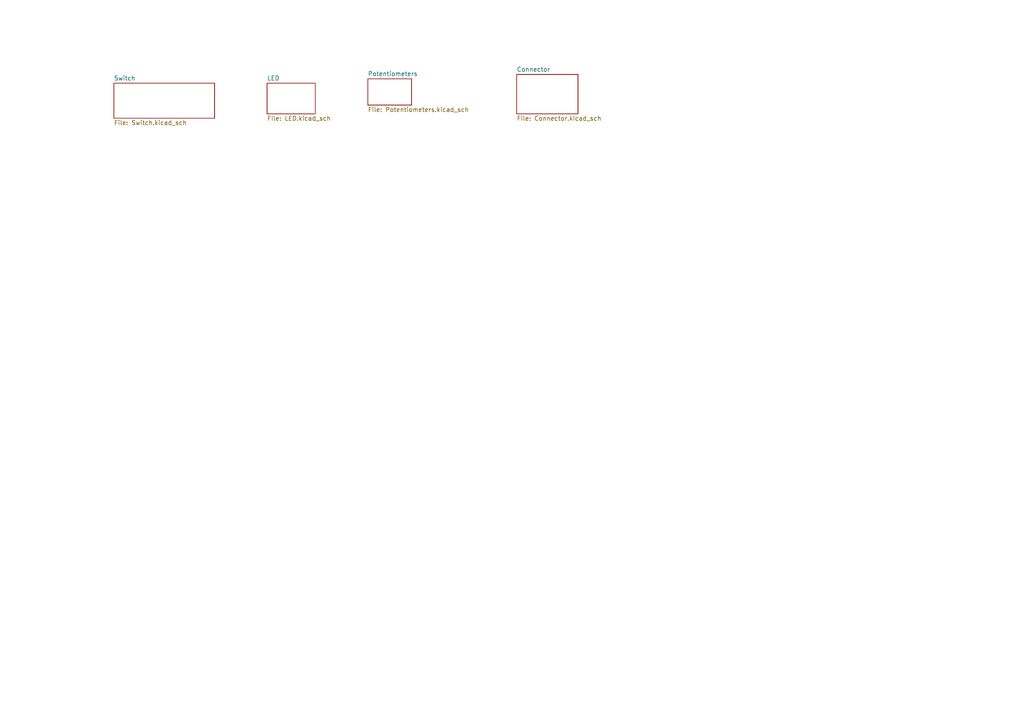
<source format=kicad_sch>
(kicad_sch (version 20230121) (generator eeschema)
  (paper "A4")
  (lib_symbols)
  (sheet (at 149.86 21.59) (size 17.78 11.43) (stroke (width 0.1524))
    (property "Sheetname" "Connector" (at 149.86 20.8784 0) (effects (justify left bottom)))
    (property "Sheetfile" "Connector.kicad_sch" (at 149.86 33.6046 0) (effects (justify left top)))
  )
  (sheet (at 33.02 24.13) (size 29.21 10.16) (stroke (width 0.1524))
    (property "Sheetname" "Switch" (at 33.02 23.4184 0) (effects (justify left bottom)))
    (property "Sheetfile" "Switch.kicad_sch" (at 33.02 34.8746 0) (effects (justify left top)))
  )
  (sheet (at 77.47 24.13) (size 13.97 8.89) (stroke (width 0.1524))
    (property "Sheetname" "LED" (at 77.47 23.4184 0) (effects (justify left bottom)))
    (property "Sheetfile" "LED.kicad_sch" (at 77.47 33.6046 0) (effects (justify left top)))
  )
  (sheet (at 106.68 22.86) (size 12.7 7.62) (stroke (width 0.1524))
    (property "Sheetname" "Potentiometers" (at 106.68 22.1484 0) (effects (justify left bottom)))
    (property "Sheetfile" "Potentiometers.kicad_sch" (at 106.68 31.0646 0) (effects (justify left top)))
  )
)
</source>
